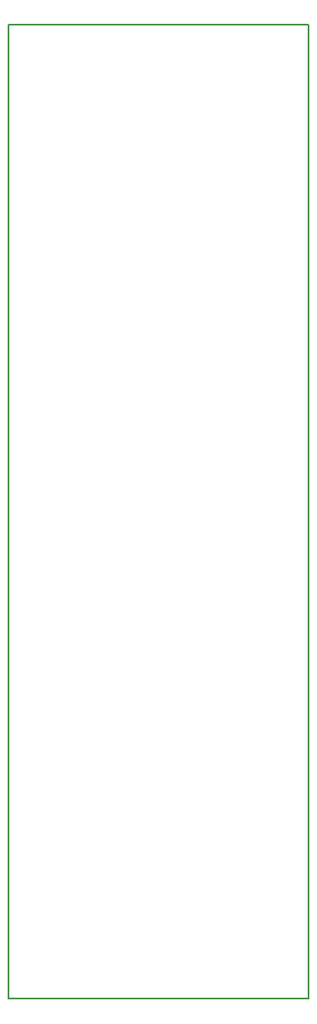
<source format=gbr>
%TF.GenerationSoftware,KiCad,Pcbnew,7.0.11+dfsg-1build4*%
%TF.CreationDate,2024-12-03T15:14:33-08:00*%
%TF.ProjectId,lightjar,6c696768-746a-4617-922e-6b696361645f,rev?*%
%TF.SameCoordinates,Original*%
%TF.FileFunction,Profile,NP*%
%FSLAX46Y46*%
G04 Gerber Fmt 4.6, Leading zero omitted, Abs format (unit mm)*
G04 Created by KiCad (PCBNEW 7.0.11+dfsg-1build4) date 2024-12-03 15:14:33*
%MOMM*%
%LPD*%
G01*
G04 APERTURE LIST*
%TA.AperFunction,Profile*%
%ADD10C,0.200000*%
%TD*%
G04 APERTURE END LIST*
D10*
X148000000Y-32500000D02*
X178000000Y-32500000D01*
X178000000Y-129500000D01*
X148000000Y-129500000D01*
X148000000Y-32500000D01*
M02*

</source>
